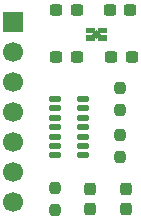
<source format=gbr>
%TF.GenerationSoftware,KiCad,Pcbnew,9.0.6*%
%TF.CreationDate,2026-02-16T11:15:55-08:00*%
%TF.ProjectId,sensor_ppg,73656e73-6f72-45f7-9070-672e6b696361,rev?*%
%TF.SameCoordinates,Original*%
%TF.FileFunction,Soldermask,Top*%
%TF.FilePolarity,Negative*%
%FSLAX46Y46*%
G04 Gerber Fmt 4.6, Leading zero omitted, Abs format (unit mm)*
G04 Created by KiCad (PCBNEW 9.0.6) date 2026-02-16 11:15:55*
%MOMM*%
%LPD*%
G01*
G04 APERTURE LIST*
G04 Aperture macros list*
%AMRoundRect*
0 Rectangle with rounded corners*
0 $1 Rounding radius*
0 $2 $3 $4 $5 $6 $7 $8 $9 X,Y pos of 4 corners*
0 Add a 4 corners polygon primitive as box body*
4,1,4,$2,$3,$4,$5,$6,$7,$8,$9,$2,$3,0*
0 Add four circle primitives for the rounded corners*
1,1,$1+$1,$2,$3*
1,1,$1+$1,$4,$5*
1,1,$1+$1,$6,$7*
1,1,$1+$1,$8,$9*
0 Add four rect primitives between the rounded corners*
20,1,$1+$1,$2,$3,$4,$5,0*
20,1,$1+$1,$4,$5,$6,$7,0*
20,1,$1+$1,$6,$7,$8,$9,0*
20,1,$1+$1,$8,$9,$2,$3,0*%
G04 Aperture macros list end*
%ADD10C,0.010000*%
%ADD11RoundRect,0.237500X0.237500X-0.250000X0.237500X0.250000X-0.237500X0.250000X-0.237500X-0.250000X0*%
%ADD12RoundRect,0.237500X-0.300000X-0.237500X0.300000X-0.237500X0.300000X0.237500X-0.300000X0.237500X0*%
%ADD13R,1.700000X1.700000*%
%ADD14C,1.700000*%
%ADD15RoundRect,0.237500X0.237500X-0.300000X0.237500X0.300000X-0.237500X0.300000X-0.237500X-0.300000X0*%
%ADD16RoundRect,0.102000X-0.375000X-0.175000X0.375000X-0.175000X0.375000X0.175000X-0.375000X0.175000X0*%
G04 APERTURE END LIST*
D10*
%TO.C,U2*%
X131329409Y-82500000D02*
X130979300Y-82850109D01*
X130629191Y-82500000D01*
X130979300Y-82149891D01*
X131329409Y-82500000D01*
G36*
X131329409Y-82500000D02*
G01*
X130979300Y-82850109D01*
X130629191Y-82500000D01*
X130979300Y-82149891D01*
X131329409Y-82500000D01*
G37*
X130813400Y-82227200D02*
X130663400Y-82377200D01*
X130103800Y-82377200D01*
X130103800Y-81997800D01*
X130813400Y-81997800D01*
X130813400Y-82227200D01*
G36*
X130813400Y-82227200D02*
G01*
X130663400Y-82377200D01*
X130103800Y-82377200D01*
X130103800Y-81997800D01*
X130813400Y-81997800D01*
X130813400Y-82227200D01*
G37*
X130813400Y-82772800D02*
X130813400Y-83002200D01*
X130103800Y-83002200D01*
X130103800Y-82622800D01*
X130663400Y-82622800D01*
X130813400Y-82772800D01*
G36*
X130813400Y-82772800D02*
G01*
X130813400Y-83002200D01*
X130103800Y-83002200D01*
X130103800Y-82622800D01*
X130663400Y-82622800D01*
X130813400Y-82772800D01*
G37*
X131854800Y-83002200D02*
X131145200Y-83002200D01*
X131145200Y-82772800D01*
X131295200Y-82622800D01*
X131854800Y-82622800D01*
X131854800Y-83002200D01*
G36*
X131854800Y-83002200D02*
G01*
X131145200Y-83002200D01*
X131145200Y-82772800D01*
X131295200Y-82622800D01*
X131854800Y-82622800D01*
X131854800Y-83002200D01*
G37*
X131854800Y-82377200D02*
X131295200Y-82377200D01*
X131145200Y-82227200D01*
X131145200Y-81997800D01*
X131854800Y-81997800D01*
X131854800Y-82377200D01*
G36*
X131854800Y-82377200D02*
G01*
X131295200Y-82377200D01*
X131145200Y-82227200D01*
X131145200Y-81997800D01*
X131854800Y-81997800D01*
X131854800Y-82377200D01*
G37*
%TD*%
D11*
%TO.C,R2*%
X133000000Y-92912500D03*
X133000000Y-91087500D03*
%TD*%
%TO.C,R1*%
X133000000Y-88912500D03*
X133000000Y-87087500D03*
%TD*%
D12*
%TO.C,C1*%
X127637500Y-80500000D03*
X129362500Y-80500000D03*
%TD*%
D13*
%TO.C,J1*%
X124000000Y-81500000D03*
D14*
X124000000Y-84040000D03*
X124000000Y-86580000D03*
X124000000Y-89120000D03*
X124000000Y-91660000D03*
X124000000Y-94200000D03*
X124000000Y-96740000D03*
%TD*%
D11*
%TO.C,R3*%
X127500000Y-97412500D03*
X127500000Y-95587500D03*
%TD*%
D15*
%TO.C,C6*%
X133500000Y-97362500D03*
X133500000Y-95637500D03*
%TD*%
D12*
%TO.C,C2*%
X132137500Y-80500000D03*
X133862500Y-80500000D03*
%TD*%
%TO.C,C3*%
X127637500Y-84500000D03*
X129362500Y-84500000D03*
%TD*%
D16*
%TO.C,U1*%
X127500000Y-88000000D03*
X127500000Y-88800000D03*
X127500000Y-89600000D03*
X127500000Y-90400000D03*
X127500000Y-91200000D03*
X127500000Y-92000000D03*
X127500000Y-92800000D03*
X129900000Y-92800000D03*
X129900000Y-92000000D03*
X129900000Y-91200000D03*
X129900000Y-90400000D03*
X129900000Y-89600000D03*
X129900000Y-88800000D03*
X129900000Y-88000000D03*
%TD*%
D15*
%TO.C,C5*%
X130500000Y-97362500D03*
X130500000Y-95637500D03*
%TD*%
D12*
%TO.C,C4*%
X132275000Y-84500000D03*
X134000000Y-84500000D03*
%TD*%
M02*

</source>
